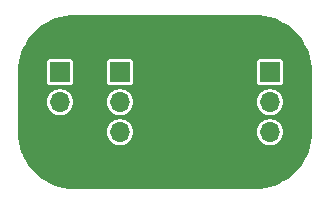
<source format=gbl>
%TF.GenerationSoftware,KiCad,Pcbnew,8.0.4*%
%TF.CreationDate,2024-08-09T13:27:48+02:00*%
%TF.ProjectId,Clock LTC6903,436c6f63-6b20-44c5-9443-363930332e6b,V1*%
%TF.SameCoordinates,PX6d01460PY32de760*%
%TF.FileFunction,Copper,L2,Bot*%
%TF.FilePolarity,Positive*%
%FSLAX46Y46*%
G04 Gerber Fmt 4.6, Leading zero omitted, Abs format (unit mm)*
G04 Created by KiCad (PCBNEW 8.0.4) date 2024-08-09 13:27:48*
%MOMM*%
%LPD*%
G01*
G04 APERTURE LIST*
%TA.AperFunction,ComponentPad*%
%ADD10R,1.700000X1.700000*%
%TD*%
%TA.AperFunction,ComponentPad*%
%ADD11O,1.700000X1.700000*%
%TD*%
G04 APERTURE END LIST*
D10*
%TO.P,J3,1,Pin_1*%
%TO.N,/SDI*%
X5080000Y0D03*
D11*
%TO.P,J3,2,Pin_2*%
%TO.N,/SCK*%
X5080000Y-2540000D03*
%TO.P,J3,3,Pin_3*%
%TO.N,/~{SEN}*%
X5080000Y-5080000D03*
%TD*%
D10*
%TO.P,J1,1,Pin_1*%
%TO.N,/~{Reset}*%
X0Y0D03*
D11*
%TO.P,J1,2,Pin_2*%
%TO.N,unconnected-(J1-Pin_2-Pad2)*%
X0Y-2540000D03*
%TO.P,J1,3,Pin_3*%
%TO.N,/GND*%
X0Y-5080000D03*
%TD*%
D10*
%TO.P,J2,1,Pin_1*%
%TO.N,/3.3V*%
X17780000Y0D03*
D11*
%TO.P,J2,2,Pin_2*%
%TO.N,unconnected-(J2-Pin_2-Pad2)*%
X17780000Y-2540000D03*
%TO.P,J2,3,Pin_3*%
%TO.N,/CLK*%
X17780000Y-5080000D03*
%TD*%
%TA.AperFunction,Conductor*%
%TO.N,/GND*%
G36*
X2286000Y-9909498D02*
G01*
X1272701Y-9909498D01*
X1267293Y-9909380D01*
X854485Y-9891358D01*
X843709Y-9890415D01*
X640220Y-9863625D01*
X436734Y-9836835D01*
X426082Y-9834957D01*
X165489Y-9777185D01*
X25313Y-9746109D01*
X14870Y-9743311D01*
X-376631Y-9619871D01*
X-386794Y-9616172D01*
X-766039Y-9459082D01*
X-775843Y-9454510D01*
X-893717Y-9393149D01*
X-1139960Y-9264962D01*
X-1149316Y-9259561D01*
X-1322421Y-9149280D01*
X-1495519Y-9039004D01*
X-1504380Y-9032800D01*
X-1830045Y-8782909D01*
X-1838332Y-8775955D01*
X-2140982Y-8498627D01*
X-2148631Y-8490978D01*
X-2425959Y-8188328D01*
X-2432913Y-8180041D01*
X-2682798Y-7854384D01*
X-2689003Y-7845523D01*
X-2909565Y-7499309D01*
X-2914973Y-7489941D01*
X-3104516Y-7125832D01*
X-3109085Y-7116035D01*
X-3149139Y-7019335D01*
X-3266180Y-6736774D01*
X-3269869Y-6726639D01*
X-3393318Y-6335110D01*
X-3396107Y-6324698D01*
X-3484962Y-5923897D01*
X-3486834Y-5913278D01*
X-3540418Y-5506267D01*
X-3541358Y-5495532D01*
X-3559387Y-5082602D01*
X-3559504Y-5077210D01*
X-3559504Y-5035830D01*
X-3559504Y-2539999D01*
X-1105215Y-2539999D01*
X-1105215Y-2540000D01*
X-1086398Y-2743082D01*
X-1030583Y-2939247D01*
X-1030578Y-2939260D01*
X-939673Y-3121821D01*
X-816763Y-3284581D01*
X-666042Y-3421980D01*
X-666040Y-3421982D01*
X-566859Y-3483392D01*
X-492637Y-3529348D01*
X-302456Y-3603024D01*
X-101976Y-3640500D01*
X-101974Y-3640500D01*
X101974Y-3640500D01*
X101976Y-3640500D01*
X302456Y-3603024D01*
X492637Y-3529348D01*
X666041Y-3421981D01*
X816764Y-3284579D01*
X939673Y-3121821D01*
X1030582Y-2939250D01*
X1086397Y-2743083D01*
X1105215Y-2540000D01*
X1086397Y-2336917D01*
X1030582Y-2140750D01*
X939673Y-1958179D01*
X816764Y-1795421D01*
X816762Y-1795418D01*
X666041Y-1658019D01*
X666039Y-1658017D01*
X492642Y-1550655D01*
X492635Y-1550651D01*
X397546Y-1513814D01*
X302456Y-1476976D01*
X101976Y-1439500D01*
X-101976Y-1439500D01*
X-302456Y-1476976D01*
X-302459Y-1476976D01*
X-302459Y-1476977D01*
X-492636Y-1550651D01*
X-492643Y-1550655D01*
X-666040Y-1658017D01*
X-666042Y-1658019D01*
X-816763Y-1795418D01*
X-939673Y-1958178D01*
X-1030578Y-2140739D01*
X-1030583Y-2140752D01*
X-1086398Y-2336917D01*
X-1105215Y-2539999D01*
X-3559504Y-2539999D01*
X-3559503Y-2658D01*
X-3559387Y2659D01*
X-3541360Y415538D01*
X-3540420Y426270D01*
X-3486838Y833274D01*
X-3484964Y843904D01*
X-3478141Y874679D01*
X-1100500Y874679D01*
X-1100500Y-874678D01*
X-1085968Y-947735D01*
X-1085967Y-947739D01*
X-1085966Y-947740D01*
X-1030601Y-1030601D01*
X-947740Y-1085966D01*
X-947736Y-1085967D01*
X-874679Y-1100499D01*
X-874676Y-1100500D01*
X-874674Y-1100500D01*
X874676Y-1100500D01*
X874677Y-1100499D01*
X947740Y-1085966D01*
X1030601Y-1030601D01*
X1085966Y-947740D01*
X1100500Y-874674D01*
X1100500Y874674D01*
X1100500Y874677D01*
X1100499Y874679D01*
X1085967Y947736D01*
X1085966Y947740D01*
X1030601Y1030601D01*
X947740Y1085966D01*
X947739Y1085967D01*
X947735Y1085968D01*
X874677Y1100500D01*
X874674Y1100500D01*
X-874674Y1100500D01*
X-874677Y1100500D01*
X-947736Y1085968D01*
X-947740Y1085967D01*
X-1030601Y1030601D01*
X-1085967Y947740D01*
X-1085968Y947736D01*
X-1100500Y874679D01*
X-3478141Y874679D01*
X-3396109Y1244698D01*
X-3393311Y1255136D01*
X-3269871Y1646641D01*
X-3266183Y1656773D01*
X-3109080Y2036054D01*
X-3104522Y2045828D01*
X-2914957Y2409978D01*
X-2909575Y2419299D01*
X-2689002Y2765529D01*
X-2682811Y2774372D01*
X-2432899Y3100063D01*
X-2425959Y3108332D01*
X-2148631Y3410982D01*
X-2140982Y3418631D01*
X-1838332Y3695959D01*
X-1830063Y3702899D01*
X-1504372Y3952811D01*
X-1495529Y3959002D01*
X-1149299Y4179575D01*
X-1139978Y4184957D01*
X-775828Y4374522D01*
X-766054Y4379080D01*
X-386773Y4536183D01*
X-376641Y4539871D01*
X14873Y4663314D01*
X25302Y4666109D01*
X426096Y4754964D01*
X436726Y4756838D01*
X843730Y4810420D01*
X854462Y4811360D01*
X1267295Y4829385D01*
X1272704Y4829502D01*
X1365522Y4829502D01*
X1365531Y4829503D01*
X2286000Y4829503D01*
X2286000Y-9909498D01*
G37*
%TD.AperFunction*%
%TD*%
%TA.AperFunction,Conductor*%
%TO.N,/GND*%
G36*
X16512702Y4829386D02*
G01*
X16925533Y4811361D01*
X16936268Y4810421D01*
X17343279Y4756837D01*
X17353898Y4754965D01*
X17754695Y4666111D01*
X17765121Y4663317D01*
X18156631Y4539875D01*
X18166778Y4536182D01*
X18546042Y4379085D01*
X18555833Y4374519D01*
X18618431Y4341933D01*
X18919942Y4184976D01*
X18929310Y4179568D01*
X19275525Y3959005D01*
X19284386Y3952800D01*
X19610049Y3702910D01*
X19618324Y3695967D01*
X19920993Y3418623D01*
X19928636Y3410979D01*
X20205952Y3108341D01*
X20212906Y3100054D01*
X20462803Y2774382D01*
X20469007Y2765521D01*
X20689560Y2419324D01*
X20694965Y2409962D01*
X20823152Y2163719D01*
X20884513Y2045845D01*
X20889085Y2036041D01*
X21046174Y1656795D01*
X21049874Y1646630D01*
X21173313Y1255134D01*
X21176113Y1244684D01*
X21264960Y843919D01*
X21266838Y833267D01*
X21320418Y426293D01*
X21321361Y415516D01*
X21339380Y2799D01*
X21339498Y-2610D01*
X21339498Y-5077291D01*
X21339380Y-5082700D01*
X21321356Y-5495510D01*
X21320413Y-5506286D01*
X21266834Y-5913260D01*
X21264956Y-5923913D01*
X21176108Y-6324681D01*
X21173308Y-6335130D01*
X21049872Y-6726620D01*
X21046172Y-6736786D01*
X20889082Y-7116034D01*
X20884510Y-7125838D01*
X20694970Y-7489940D01*
X20689562Y-7499308D01*
X20468999Y-7845523D01*
X20462794Y-7854384D01*
X20212909Y-8180041D01*
X20205955Y-8188328D01*
X19928627Y-8490978D01*
X19920978Y-8498627D01*
X19618328Y-8775955D01*
X19610041Y-8782909D01*
X19284384Y-9032794D01*
X19275523Y-9038999D01*
X18929308Y-9259562D01*
X18919940Y-9264970D01*
X18555838Y-9454510D01*
X18546034Y-9459082D01*
X18166786Y-9616172D01*
X18156620Y-9619872D01*
X17765130Y-9743308D01*
X17754681Y-9746108D01*
X17353913Y-9834956D01*
X17343260Y-9836834D01*
X16936286Y-9890413D01*
X16925510Y-9891356D01*
X16512701Y-9909380D01*
X16507292Y-9909498D01*
X15494000Y-9909498D01*
X15494000Y-5079999D01*
X16674785Y-5079999D01*
X16674785Y-5080000D01*
X16693602Y-5283082D01*
X16749417Y-5479247D01*
X16749422Y-5479260D01*
X16840327Y-5661821D01*
X16963237Y-5824581D01*
X17113958Y-5961980D01*
X17113960Y-5961982D01*
X17213141Y-6023392D01*
X17287363Y-6069348D01*
X17477544Y-6143024D01*
X17678024Y-6180500D01*
X17678026Y-6180500D01*
X17881974Y-6180500D01*
X17881976Y-6180500D01*
X18082456Y-6143024D01*
X18272637Y-6069348D01*
X18446041Y-5961981D01*
X18596764Y-5824579D01*
X18719673Y-5661821D01*
X18810582Y-5479250D01*
X18866397Y-5283083D01*
X18885215Y-5080000D01*
X18866397Y-4876917D01*
X18810582Y-4680750D01*
X18719673Y-4498179D01*
X18596764Y-4335421D01*
X18596762Y-4335418D01*
X18446041Y-4198019D01*
X18446039Y-4198017D01*
X18272642Y-4090655D01*
X18272635Y-4090651D01*
X18177546Y-4053814D01*
X18082456Y-4016976D01*
X17881976Y-3979500D01*
X17678024Y-3979500D01*
X17477544Y-4016976D01*
X17477541Y-4016976D01*
X17477541Y-4016977D01*
X17287364Y-4090651D01*
X17287357Y-4090655D01*
X17113960Y-4198017D01*
X17113958Y-4198019D01*
X16963237Y-4335418D01*
X16840327Y-4498178D01*
X16749422Y-4680739D01*
X16749417Y-4680752D01*
X16693602Y-4876917D01*
X16674785Y-5079999D01*
X15494000Y-5079999D01*
X15494000Y-2539999D01*
X16674785Y-2539999D01*
X16674785Y-2540000D01*
X16693602Y-2743082D01*
X16749417Y-2939247D01*
X16749422Y-2939260D01*
X16840327Y-3121821D01*
X16963237Y-3284581D01*
X17113958Y-3421980D01*
X17113960Y-3421982D01*
X17213141Y-3483392D01*
X17287363Y-3529348D01*
X17477544Y-3603024D01*
X17678024Y-3640500D01*
X17678026Y-3640500D01*
X17881974Y-3640500D01*
X17881976Y-3640500D01*
X18082456Y-3603024D01*
X18272637Y-3529348D01*
X18446041Y-3421981D01*
X18596764Y-3284579D01*
X18719673Y-3121821D01*
X18810582Y-2939250D01*
X18866397Y-2743083D01*
X18885215Y-2540000D01*
X18866397Y-2336917D01*
X18810582Y-2140750D01*
X18719673Y-1958179D01*
X18596764Y-1795421D01*
X18596762Y-1795418D01*
X18446041Y-1658019D01*
X18446039Y-1658017D01*
X18272642Y-1550655D01*
X18272635Y-1550651D01*
X18177546Y-1513814D01*
X18082456Y-1476976D01*
X17881976Y-1439500D01*
X17678024Y-1439500D01*
X17477544Y-1476976D01*
X17477541Y-1476976D01*
X17477541Y-1476977D01*
X17287364Y-1550651D01*
X17287357Y-1550655D01*
X17113960Y-1658017D01*
X17113958Y-1658019D01*
X16963237Y-1795418D01*
X16840327Y-1958178D01*
X16749422Y-2140739D01*
X16749417Y-2140752D01*
X16693602Y-2336917D01*
X16674785Y-2539999D01*
X15494000Y-2539999D01*
X15494000Y874679D01*
X16679500Y874679D01*
X16679500Y-874678D01*
X16694032Y-947735D01*
X16694033Y-947739D01*
X16694034Y-947740D01*
X16749399Y-1030601D01*
X16832260Y-1085966D01*
X16832264Y-1085967D01*
X16905321Y-1100499D01*
X16905324Y-1100500D01*
X16905326Y-1100500D01*
X18654676Y-1100500D01*
X18654677Y-1100499D01*
X18727740Y-1085966D01*
X18810601Y-1030601D01*
X18865966Y-947740D01*
X18880500Y-874674D01*
X18880500Y874674D01*
X18880500Y874677D01*
X18880499Y874679D01*
X18865967Y947736D01*
X18865966Y947740D01*
X18810601Y1030601D01*
X18727740Y1085966D01*
X18727739Y1085967D01*
X18727735Y1085968D01*
X18654677Y1100500D01*
X18654674Y1100500D01*
X16905326Y1100500D01*
X16905323Y1100500D01*
X16832264Y1085968D01*
X16832260Y1085967D01*
X16749399Y1030601D01*
X16694033Y947740D01*
X16694032Y947736D01*
X16679500Y874679D01*
X15494000Y874679D01*
X15494000Y4829503D01*
X16507294Y4829503D01*
X16512702Y4829386D01*
G37*
%TD.AperFunction*%
%TD*%
%TA.AperFunction,Conductor*%
%TO.N,/GND*%
G36*
X15494000Y-9909498D02*
G01*
X2286000Y-9909498D01*
X2286000Y-5079999D01*
X3974785Y-5079999D01*
X3974785Y-5080000D01*
X3993602Y-5283082D01*
X4049417Y-5479247D01*
X4049422Y-5479260D01*
X4140327Y-5661821D01*
X4263237Y-5824581D01*
X4413958Y-5961980D01*
X4413960Y-5961982D01*
X4513141Y-6023392D01*
X4587363Y-6069348D01*
X4777544Y-6143024D01*
X4978024Y-6180500D01*
X4978026Y-6180500D01*
X5181974Y-6180500D01*
X5181976Y-6180500D01*
X5382456Y-6143024D01*
X5572637Y-6069348D01*
X5746041Y-5961981D01*
X5896764Y-5824579D01*
X6019673Y-5661821D01*
X6110582Y-5479250D01*
X6166397Y-5283083D01*
X6185215Y-5080000D01*
X6166397Y-4876917D01*
X6110582Y-4680750D01*
X6019673Y-4498179D01*
X5896764Y-4335421D01*
X5896762Y-4335418D01*
X5746041Y-4198019D01*
X5746039Y-4198017D01*
X5572642Y-4090655D01*
X5572635Y-4090651D01*
X5477546Y-4053814D01*
X5382456Y-4016976D01*
X5181976Y-3979500D01*
X4978024Y-3979500D01*
X4777544Y-4016976D01*
X4777541Y-4016976D01*
X4777541Y-4016977D01*
X4587364Y-4090651D01*
X4587357Y-4090655D01*
X4413960Y-4198017D01*
X4413958Y-4198019D01*
X4263237Y-4335418D01*
X4140327Y-4498178D01*
X4049422Y-4680739D01*
X4049417Y-4680752D01*
X3993602Y-4876917D01*
X3974785Y-5079999D01*
X2286000Y-5079999D01*
X2286000Y-2539999D01*
X3974785Y-2539999D01*
X3974785Y-2540000D01*
X3993602Y-2743082D01*
X4049417Y-2939247D01*
X4049422Y-2939260D01*
X4140327Y-3121821D01*
X4263237Y-3284581D01*
X4413958Y-3421980D01*
X4413960Y-3421982D01*
X4513141Y-3483392D01*
X4587363Y-3529348D01*
X4777544Y-3603024D01*
X4978024Y-3640500D01*
X4978026Y-3640500D01*
X5181974Y-3640500D01*
X5181976Y-3640500D01*
X5382456Y-3603024D01*
X5572637Y-3529348D01*
X5746041Y-3421981D01*
X5896764Y-3284579D01*
X6019673Y-3121821D01*
X6110582Y-2939250D01*
X6166397Y-2743083D01*
X6185215Y-2540000D01*
X6166397Y-2336917D01*
X6110582Y-2140750D01*
X6019673Y-1958179D01*
X5896764Y-1795421D01*
X5896762Y-1795418D01*
X5746041Y-1658019D01*
X5746039Y-1658017D01*
X5572642Y-1550655D01*
X5572635Y-1550651D01*
X5477546Y-1513814D01*
X5382456Y-1476976D01*
X5181976Y-1439500D01*
X4978024Y-1439500D01*
X4777544Y-1476976D01*
X4777541Y-1476976D01*
X4777541Y-1476977D01*
X4587364Y-1550651D01*
X4587357Y-1550655D01*
X4413960Y-1658017D01*
X4413958Y-1658019D01*
X4263237Y-1795418D01*
X4140327Y-1958178D01*
X4049422Y-2140739D01*
X4049417Y-2140752D01*
X3993602Y-2336917D01*
X3974785Y-2539999D01*
X2286000Y-2539999D01*
X2286000Y874679D01*
X3979500Y874679D01*
X3979500Y-874678D01*
X3994032Y-947735D01*
X3994033Y-947739D01*
X3994034Y-947740D01*
X4049399Y-1030601D01*
X4132260Y-1085966D01*
X4132264Y-1085967D01*
X4205321Y-1100499D01*
X4205324Y-1100500D01*
X4205326Y-1100500D01*
X5954676Y-1100500D01*
X5954677Y-1100499D01*
X6027740Y-1085966D01*
X6110601Y-1030601D01*
X6165966Y-947740D01*
X6180500Y-874674D01*
X6180500Y874674D01*
X6180500Y874677D01*
X6180499Y874679D01*
X6165967Y947736D01*
X6165966Y947740D01*
X6110601Y1030601D01*
X6027740Y1085966D01*
X6027739Y1085967D01*
X6027735Y1085968D01*
X5954677Y1100500D01*
X5954674Y1100500D01*
X4205326Y1100500D01*
X4205323Y1100500D01*
X4132264Y1085968D01*
X4132260Y1085967D01*
X4049399Y1030601D01*
X3994033Y947740D01*
X3994032Y947736D01*
X3979500Y874679D01*
X2286000Y874679D01*
X2286000Y4829503D01*
X15494000Y4829503D01*
X15494000Y-9909498D01*
G37*
%TD.AperFunction*%
%TD*%
M02*

</source>
